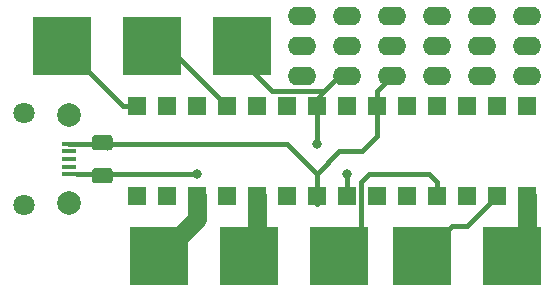
<source format=gbr>
G04 #@! TF.GenerationSoftware,KiCad,Pcbnew,5.99.0-unknown-9a82bc3~100~ubuntu18.04.1*
G04 #@! TF.CreationDate,2019-11-27T20:15:29+01:00*
G04 #@! TF.ProjectId,codebagPCB,636f6465-6261-4675-9043-422e6b696361,rev?*
G04 #@! TF.SameCoordinates,Original*
G04 #@! TF.FileFunction,Copper,L1,Top*
G04 #@! TF.FilePolarity,Positive*
%FSLAX46Y46*%
G04 Gerber Fmt 4.6, Leading zero omitted, Abs format (unit mm)*
G04 Created by KiCad (PCBNEW 5.99.0-unknown-9a82bc3~100~ubuntu18.04.1) date 2019-11-27 20:15:29*
%MOMM*%
%LPD*%
G04 APERTURE LIST*
%ADD10R,1.600000X1.600000*%
%ADD11R,5.000000X5.000000*%
%ADD12O,2.400000X1.600000*%
%ADD13C,1.800000*%
%ADD14C,2.000000*%
%ADD15R,1.300000X0.450000*%
%ADD16C,0.800000*%
%ADD17C,0.400000*%
%ADD18C,1.600000*%
%ADD19C,0.250000*%
G04 APERTURE END LIST*
G04 #@! TA.AperFunction,SMDPad,CuDef*
G36*
X49869671Y-34192030D02*
G01*
X49950777Y-34246223D01*
X50004970Y-34327329D01*
X50024000Y-34423000D01*
X50024000Y-35173000D01*
X50004970Y-35268671D01*
X49950777Y-35349777D01*
X49869671Y-35403970D01*
X49774000Y-35423000D01*
X48524000Y-35423000D01*
X48428329Y-35403970D01*
X48347223Y-35349777D01*
X48293030Y-35268671D01*
X48274000Y-35173000D01*
X48274000Y-34423000D01*
X48293030Y-34327329D01*
X48347223Y-34246223D01*
X48428329Y-34192030D01*
X48524000Y-34173000D01*
X49774000Y-34173000D01*
X49869671Y-34192030D01*
G37*
G04 #@! TD.AperFunction*
G04 #@! TA.AperFunction,SMDPad,CuDef*
G36*
X49869671Y-36992030D02*
G01*
X49950777Y-37046223D01*
X50004970Y-37127329D01*
X50024000Y-37223000D01*
X50024000Y-37973000D01*
X50004970Y-38068671D01*
X49950777Y-38149777D01*
X49869671Y-38203970D01*
X49774000Y-38223000D01*
X48524000Y-38223000D01*
X48428329Y-38203970D01*
X48347223Y-38149777D01*
X48293030Y-38068671D01*
X48274000Y-37973000D01*
X48274000Y-37223000D01*
X48293030Y-37127329D01*
X48347223Y-37046223D01*
X48428329Y-36992030D01*
X48524000Y-36973000D01*
X49774000Y-36973000D01*
X49869671Y-36992030D01*
G37*
G04 #@! TD.AperFunction*
D10*
X52070000Y-31750000D03*
X85090000Y-39370000D03*
X54610000Y-31750000D03*
X82550000Y-39370000D03*
X57150000Y-31750000D03*
X80010000Y-39370000D03*
X59690000Y-31750000D03*
X77470000Y-39370000D03*
X62230000Y-31750000D03*
X74930000Y-39370000D03*
X64770000Y-31750000D03*
X72390000Y-39370000D03*
X67310000Y-31750000D03*
X69850000Y-39370000D03*
X69850000Y-31750000D03*
X67310000Y-39370000D03*
X72390000Y-31750000D03*
X64770000Y-39370000D03*
X74930000Y-31750000D03*
X62230000Y-39370000D03*
X77470000Y-31750000D03*
X59690000Y-39370000D03*
X80010000Y-31750000D03*
X57150000Y-39370000D03*
X82550000Y-31750000D03*
X54610000Y-39370000D03*
X85090000Y-31750000D03*
X52070000Y-39370000D03*
D11*
X76200000Y-44450000D03*
D12*
X77470000Y-26670000D03*
X66040000Y-24130000D03*
X81280000Y-26670000D03*
X77470000Y-24130000D03*
X85090000Y-26670000D03*
X85090000Y-24130000D03*
X73660000Y-26670000D03*
X77470000Y-29210000D03*
X81280000Y-24130000D03*
X73660000Y-24130000D03*
X69850000Y-26670000D03*
X66040000Y-29210000D03*
X85090000Y-29210000D03*
D13*
X42500000Y-40070000D03*
X42500000Y-32320000D03*
D14*
X46300000Y-39920000D03*
X46300000Y-32470000D03*
D15*
X46350000Y-37495000D03*
X46350000Y-36845000D03*
X46350000Y-36195000D03*
X46350000Y-35545000D03*
X46350000Y-34895000D03*
D12*
X69850000Y-24130000D03*
X66040000Y-26670000D03*
X81280000Y-29210000D03*
D11*
X61595000Y-44450000D03*
X45720000Y-26670000D03*
X53340000Y-26670000D03*
X69215000Y-44450000D03*
X53975000Y-44450000D03*
X83820000Y-44450000D03*
X60960000Y-26670000D03*
D12*
X69850000Y-29210000D03*
X73660000Y-29210000D03*
D16*
X69850000Y-37465000D03*
X67310000Y-34925000D03*
X57150000Y-37465000D03*
D17*
X46985000Y-37495000D02*
X49500000Y-37495000D01*
X49500000Y-37495000D02*
X49530000Y-37465000D01*
X46374999Y-34919999D02*
X47320001Y-34919999D01*
X47320001Y-34919999D02*
X47325002Y-34925000D01*
X46350000Y-34895000D02*
X46374999Y-34919999D01*
X47325002Y-34925000D02*
X49530000Y-34925000D01*
X80010000Y-41910000D02*
X78740000Y-41910000D01*
X82550000Y-39370000D02*
X80010000Y-41910000D01*
X78740000Y-41910000D02*
X76200000Y-44450000D01*
X60960000Y-27940000D02*
X63500000Y-30480000D01*
X63500000Y-30480000D02*
X64135000Y-30480000D01*
X60960000Y-26670000D02*
X60960000Y-27940000D01*
X64135000Y-30480000D02*
X67945000Y-30480000D01*
X60960000Y-26670000D02*
X60960000Y-27305000D01*
X59690000Y-31750000D02*
X54610000Y-26670000D01*
X54610000Y-26670000D02*
X53340000Y-26670000D01*
X52070000Y-31750000D02*
X50870000Y-31750000D01*
X50870000Y-31750000D02*
X45790000Y-26670000D01*
X45790000Y-26670000D02*
X45720000Y-26670000D01*
D18*
X85090000Y-39370000D02*
X85090000Y-43180000D01*
X85090000Y-43180000D02*
X83820000Y-44450000D01*
D17*
X69850000Y-39370000D02*
X69850000Y-37465000D01*
X71755000Y-37465000D02*
X71050001Y-38169999D01*
X71050001Y-38169999D02*
X71050001Y-42614999D01*
X71050001Y-42614999D02*
X69215000Y-44450000D01*
X76765000Y-37465000D02*
X71755000Y-37465000D01*
X77470000Y-39370000D02*
X77470000Y-38170000D01*
X77470000Y-38170000D02*
X76765000Y-37465000D01*
D18*
X57150000Y-39370000D02*
X57150000Y-41275000D01*
X57150000Y-41275000D02*
X53975000Y-44450000D01*
X62230000Y-39370000D02*
X62230000Y-43815000D01*
X62230000Y-43815000D02*
X61595000Y-44450000D01*
D17*
X67310000Y-31750000D02*
X67310000Y-34925000D01*
X67310000Y-31115000D02*
X67945000Y-30480000D01*
X67945000Y-30480000D02*
X69215000Y-29210000D01*
X67310000Y-31750000D02*
X67310000Y-31115000D01*
X69215000Y-29210000D02*
X69850000Y-29210000D01*
X49530000Y-37465000D02*
X57120000Y-37495000D01*
D19*
X49530000Y-37070000D02*
X49530000Y-37465000D01*
D17*
X49530000Y-34925000D02*
X64740000Y-34895000D01*
D19*
X49530000Y-35320000D02*
X49530000Y-34925000D01*
D17*
X57120000Y-37495000D02*
X57150000Y-37465000D01*
X64740000Y-34895000D02*
X67310000Y-37465000D01*
X71120000Y-35560000D02*
X72390000Y-34290000D01*
X72390000Y-34290000D02*
X72390000Y-32385000D01*
X69215000Y-35560000D02*
X71120000Y-35560000D01*
X67310000Y-37465000D02*
X69215000Y-35560000D01*
X67310000Y-40005000D02*
X67310000Y-37465000D01*
X72390000Y-32385000D02*
X72390000Y-30480000D01*
X72390000Y-30480000D02*
X73660000Y-29210000D01*
M02*

</source>
